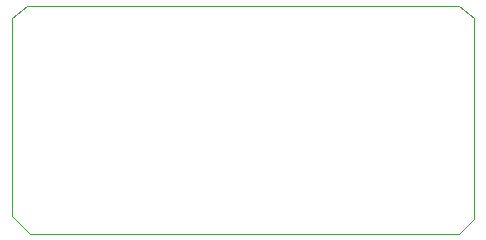
<source format=gm1>
G04 #@! TF.GenerationSoftware,KiCad,Pcbnew,(5.1.4)-1*
G04 #@! TF.CreationDate,2022-01-12T13:09:38-05:00*
G04 #@! TF.ProjectId,a44key-pcb-thumbs,6134346b-6579-42d7-9063-622d7468756d,rev?*
G04 #@! TF.SameCoordinates,Original*
G04 #@! TF.FileFunction,Profile,NP*
%FSLAX46Y46*%
G04 Gerber Fmt 4.6, Leading zero omitted, Abs format (unit mm)*
G04 Created by KiCad (PCBNEW (5.1.4)-1) date 2022-01-12 13:09:38*
%MOMM*%
%LPD*%
G04 APERTURE LIST*
%ADD10C,0.050000*%
G04 APERTURE END LIST*
D10*
X85598000Y-128524000D02*
X85598000Y-145288000D01*
X86868000Y-127508000D02*
X85598000Y-128524000D01*
X123444000Y-127508000D02*
X86868000Y-127508000D01*
X124714000Y-128524000D02*
X123444000Y-127508000D01*
X124714000Y-145542000D02*
X124714000Y-128524000D01*
X123444000Y-146812000D02*
X124714000Y-145542000D01*
X87122000Y-146812000D02*
X123444000Y-146812000D01*
X85598000Y-145288000D02*
X87122000Y-146812000D01*
M02*

</source>
